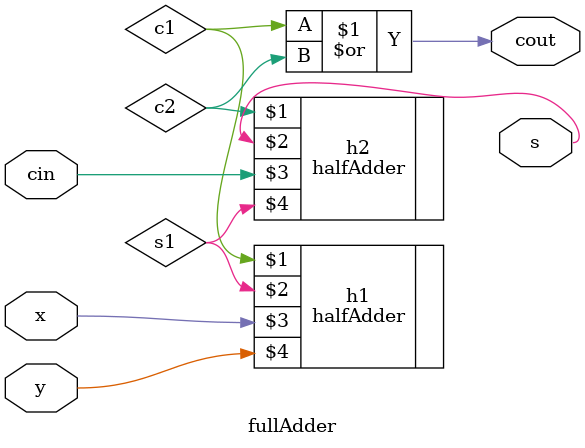
<source format=v>
`include "halfAdder.v"

module fullAdder (
  output wire cout, s,
  input wire cin, x, y
);
  wire c1, c2, s1;

  halfAdder h1(c1, s1, x, y);
  halfAdder h2(c2, s, cin, s1);

  assign cout = c1 | c2;

endmodule

</source>
